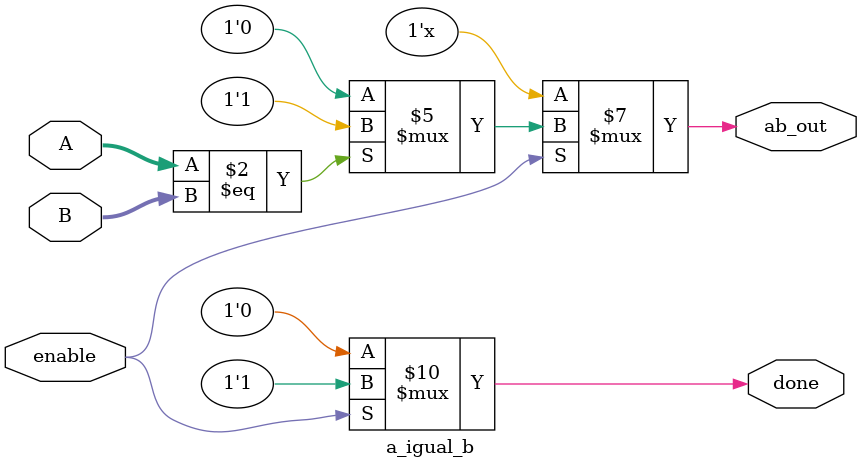
<source format=v>
module a_igual_b #(
    parameter inputsize = 4
)(A, B, /*clk,*/ enable, ab_out, done);

//wwwwww
input enable;
//input clk;
input [0:inputsize - 1] A;
input [0:inputsize - 1] B;
output reg ab_out;
output reg done;

always @ (*) begin

    if (enable) begin
        if (A == B) begin
            ab_out <= 1;
        end else begin
            ab_out <= 0;
        end
        done = 1;
    end else begin
        done = 0;
    end

end

endmodule

</source>
